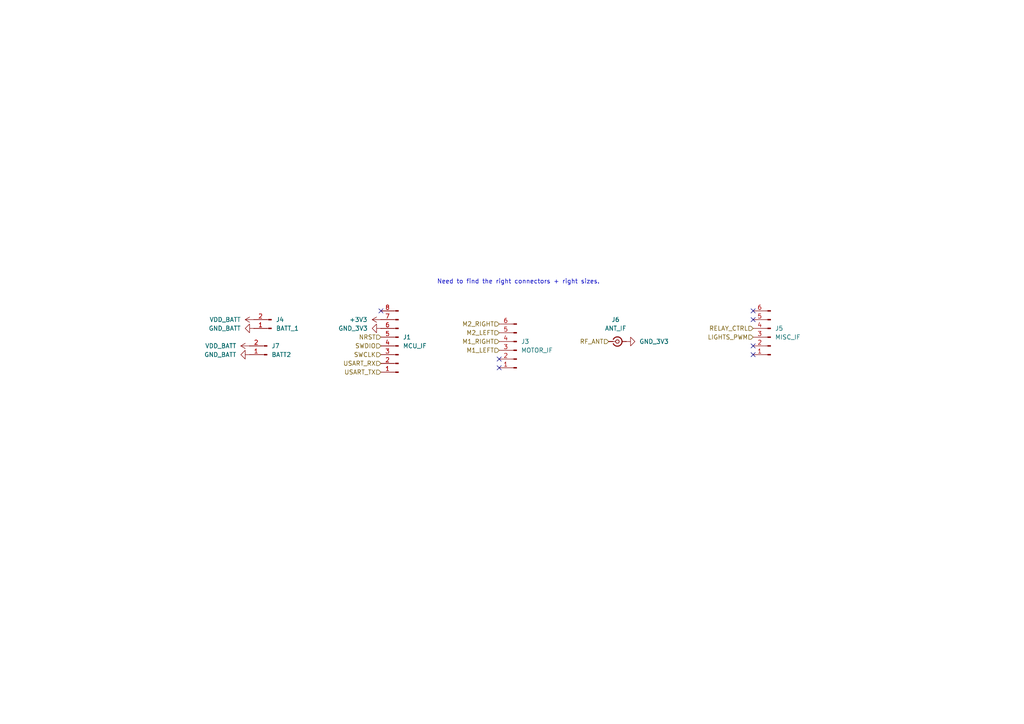
<source format=kicad_sch>
(kicad_sch (version 20231120) (generator "eeschema") (generator_version "8.0")
  (paper "A4")
  (lib_symbols
    (symbol "Connector:Conn_01x02_Pin" (pin_names (offset 1.016) hide)
      (property "Reference" "J" (at 0 2.54 0))
      (property "Value" "Conn_01x02_Pin" (at 0 -5.08 0))
      (symbol "Conn_01x02_Pin_1_1"
        (polyline (pts (xy 1.27 -2.54) (xy 0.8636 -2.54)) (stroke (width 0.1524)))
        (polyline (pts (xy 1.27 0) (xy 0.8636 0)) (stroke (width 0.1524)))
        (rectangle (start 0.8636 -2.413) (end 0 -2.667) (stroke (width 0.1524)) (fill (type outline)))
        (rectangle (start 0.8636 0.127) (end 0 -0.127) (stroke (width 0.1524)) (fill (type outline)))
        (pin passive line (at 5.08 0 180) (length 3.81) (name "Pin_1") (number "1"))
        (pin passive line (at 5.08 -2.54 180) (length 3.81) (name "Pin_2") (number "2"))
      )
    )
    (symbol "Connector:Conn_01x06_Pin" (pin_names (offset 1.016) hide)
      (property "Reference" "J" (at 0 7.62 0))
      (property "Value" "Conn_01x06_Pin" (at 0 -10.16 0))
      (symbol "Conn_01x06_Pin_1_1"
        (polyline (pts (xy 1.27 -7.62) (xy 0.8636 -7.62)) (stroke (width 0.1524)))
        (polyline (pts (xy 1.27 -5.08) (xy 0.8636 -5.08)) (stroke (width 0.1524)))
        (polyline (pts (xy 1.27 -2.54) (xy 0.8636 -2.54)) (stroke (width 0.1524)))
        (polyline (pts (xy 1.27 0) (xy 0.8636 0)) (stroke (width 0.1524)))
        (polyline (pts (xy 1.27 2.54) (xy 0.8636 2.54)) (stroke (width 0.1524)))
        (polyline (pts (xy 1.27 5.08) (xy 0.8636 5.08)) (stroke (width 0.1524)))
        (rectangle (start 0.8636 -7.493) (end 0 -7.747) (stroke (width 0.1524)) (fill (type outline)))
        (rectangle (start 0.8636 -4.953) (end 0 -5.207) (stroke (width 0.1524)) (fill (type outline)))
        (rectangle (start 0.8636 -2.413) (end 0 -2.667) (stroke (width 0.1524)) (fill (type outline)))
        (rectangle (start 0.8636 0.127) (end 0 -0.127) (stroke (width 0.1524)) (fill (type outline)))
        (rectangle (start 0.8636 2.667) (end 0 2.413) (stroke (width 0.1524)) (fill (type outline)))
        (rectangle (start 0.8636 5.207) (end 0 4.953) (stroke (width 0.1524)) (fill (type outline)))
        (pin passive line (at 5.08 5.08 180) (length 3.81) (name "Pin_1") (number "1"))
        (pin passive line (at 5.08 2.54 180) (length 3.81) (name "Pin_2") (number "2"))
        (pin passive line (at 5.08 0 180) (length 3.81) (name "Pin_3") (number "3"))
        (pin passive line (at 5.08 -2.54 180) (length 3.81) (name "Pin_4") (number "4"))
        (pin passive line (at 5.08 -5.08 180) (length 3.81) (name "Pin_5") (number "5"))
        (pin passive line (at 5.08 -7.62 180) (length 3.81) (name "Pin_6") (number "6"))
      )
    )
    (symbol "Connector:Conn_01x08_Pin" (pin_names (offset 1.016) hide)
      (property "Reference" "J" (at 0 10.16 0))
      (property "Value" "Conn_01x08_Pin" (at 0 -12.7 0))
      (symbol "Conn_01x08_Pin_1_1"
        (polyline (pts (xy 1.27 -10.16) (xy 0.8636 -10.16)) (stroke (width 0.1524)))
        (polyline (pts (xy 1.27 -7.62) (xy 0.8636 -7.62)) (stroke (width 0.1524)))
        (polyline (pts (xy 1.27 -5.08) (xy 0.8636 -5.08)) (stroke (width 0.1524)))
        (polyline (pts (xy 1.27 -2.54) (xy 0.8636 -2.54)) (stroke (width 0.1524)))
        (polyline (pts (xy 1.27 0) (xy 0.8636 0)) (stroke (width 0.1524)))
        (polyline (pts (xy 1.27 2.54) (xy 0.8636 2.54)) (stroke (width 0.1524)))
        (polyline (pts (xy 1.27 5.08) (xy 0.8636 5.08)) (stroke (width 0.1524)))
        (polyline (pts (xy 1.27 7.62) (xy 0.8636 7.62)) (stroke (width 0.1524)))
        (rectangle (start 0.8636 -10.033) (end 0 -10.287) (stroke (width 0.1524)) (fill (type outline)))
        (rectangle (start 0.8636 -7.493) (end 0 -7.747) (stroke (width 0.1524)) (fill (type outline)))
        (rectangle (start 0.8636 -4.953) (end 0 -5.207) (stroke (width 0.1524)) (fill (type outline)))
        (rectangle (start 0.8636 -2.413) (end 0 -2.667) (stroke (width 0.1524)) (fill (type outline)))
        (rectangle (start 0.8636 0.127) (end 0 -0.127) (stroke (width 0.1524)) (fill (type outline)))
        (rectangle (start 0.8636 2.667) (end 0 2.413) (stroke (width 0.1524)) (fill (type outline)))
        (rectangle (start 0.8636 5.207) (end 0 4.953) (stroke (width 0.1524)) (fill (type outline)))
        (rectangle (start 0.8636 7.747) (end 0 7.493) (stroke (width 0.1524)) (fill (type outline)))
        (pin passive line (at 5.08 7.62 180) (length 3.81) (name "Pin_1") (number "1"))
        (pin passive line (at 5.08 5.08 180) (length 3.81) (name "Pin_2") (number "2"))
        (pin passive line (at 5.08 2.54 180) (length 3.81) (name "Pin_3") (number "3"))
        (pin passive line (at 5.08 0 180) (length 3.81) (name "Pin_4") (number "4"))
        (pin passive line (at 5.08 -2.54 180) (length 3.81) (name "Pin_5") (number "5"))
        (pin passive line (at 5.08 -5.08 180) (length 3.81) (name "Pin_6") (number "6"))
        (pin passive line (at 5.08 -7.62 180) (length 3.81) (name "Pin_7") (number "7"))
        (pin passive line (at 5.08 -10.16 180) (length 3.81) (name "Pin_8") (number "8"))
      )
    )
    (symbol "Connector:Conn_Coaxial_Small" (pin_numbers hide) (pin_names (offset 1.016) hide)
      (property "Reference" "J" (at 0.254 3.048 0))
      (property "Value" "Conn_Coaxial_Small" (at 0 -3.81 0))
      (symbol "Conn_Coaxial_Small_0_1"
        (polyline (pts (xy -2.54 0) (xy -0.508 0)))
        (circle (center 0 0) (radius 0.508) (stroke (width 0.2032)))
      )
      (symbol "Conn_Coaxial_Small_1_1"
        (arc (start -1.1916 -0.6311) (mid 0.327 -1.3081) (end 1.3484 0.0039) (stroke (width 0.3048)))
        (arc (start 1.3484 -0.0039) (mid 0.327 1.3081) (end -1.1916 0.6311) (stroke (width 0.3048)))
        (pin passive line (at -2.54 0 0) (length 1.27) (name "In") (number "1"))
        (pin passive line (at 2.54 0 180) (length 1.27) (name "Ext") (number "2"))
      )
    )
    (symbol "power:+3V3" (power) (pin_numbers hide) (pin_names (offset 0) hide)
      (property "Value" "+3V3" (at 0 3.556 0))
      (symbol "+3V3_0_1"
        (polyline (pts (xy -0.762 1.27) (xy 0 2.54)))
        (polyline (pts (xy 0 0) (xy 0 2.54)))
        (polyline (pts (xy 0 2.54) (xy 0.762 1.27)))
      )
      (symbol "+3V3_1_1"
        (pin power_in line (at 0 0 90) (length 0) (name "~") (number "1"))
      )
    )
    (symbol "power:GND" (power) (pin_numbers hide) (pin_names (offset 0) hide)
      (property "Value" "GND" (at 0 -3.81 0))
      (symbol "GND_0_1"
        (polyline (pts (xy 0 0) (xy 0 -1.27) (xy 1.27 -1.27) (xy 0 -2.54) (xy -1.27 -1.27) (xy 0 -1.27)))
      )
      (symbol "GND_1_1"
        (pin power_in line (at 0 0 270) (length 0) (name "~") (number "1"))
      )
    )
  )
  (no_connect (at 218.44 102.87))
  (no_connect (at 218.44 92.71))
  (no_connect (at 144.78 106.68))
  (no_connect (at 218.44 100.33))
  (no_connect (at 218.44 90.17))
  (no_connect (at 144.78 104.14))
  (no_connect (at 110.49 90.17))
  (text "Need to find the right connectors + right sizes." (at 150.368 81.788 0) (effects (font (size 1.27 1.27))))
  (hierarchical_label "SWCLK" (shape input) (at 110.49 102.87 180))
  (hierarchical_label "M1_LEFT" (shape input) (at 144.78 101.6 180))
  (hierarchical_label "USART_RX" (shape input) (at 110.49 105.41 180))
  (hierarchical_label "M2_LEFT" (shape input) (at 144.78 96.52 180))
  (hierarchical_label "NRST" (shape input) (at 110.49 97.79 180))
  (hierarchical_label "M1_RIGHT" (shape input) (at 144.78 99.06 180))
  (hierarchical_label "RELAY_CTRL" (shape input) (at 218.44 95.25 180))
  (hierarchical_label "RF_ANT" (shape input) (at 176.53 99.06 180))
  (hierarchical_label "USART_TX" (shape input) (at 110.49 107.95 180))
  (hierarchical_label "SWDIO" (shape input) (at 110.49 100.33 180))
  (hierarchical_label "M2_RIGHT" (shape input) (at 144.78 93.98 180))
  (hierarchical_label "LIGHTS_PWM" (shape input) (at 218.44 97.79 180))
  (symbol (lib_id "power:+3V3") (at 110.49 92.71 90) (unit 1)
    (property "Reference" "#PWR09" (effects (hide yes)))
    (property "Value" "+3V3" (at 106.6 92.7099 90) (effects (justify left)))
    (property "Description" "Power symbol creates a global label with name \"+3V3\"" (effects (hide yes)))
  )
  (symbol (lib_id "Connector:Conn_01x08_Pin") (at 115.57 100.33 180) (unit 1)
    (property "Reference" "J1" (at 116.84 97.7899 0) (effects (justify right)))
    (property "Value" "MCU_IF" (at 116.84 100.3299 0) (effects (justify right)))
    (property "Footprint" "Connector_PinHeader_2.54mm:PinHeader_2x04_P2.54mm_Vertical" (effects (hide yes)))
    (property "Description" "Generic connector, single row, 01x08, script generated" (effects (hide yes)))
  )
  (symbol (lib_id "power:GND") (at 72.39 102.87 270) (unit 1)
    (property "Reference" "#PWR095" (effects (hide yes)))
    (property "Value" "GND_BATT" (at 68.58 102.8699 90) (effects (justify right)))
    (property "Description" "Power symbol creates a global label with name \"GND\" , ground" (effects (hide yes)))
  )
  (symbol (lib_id "power:GND") (at 110.49 95.25 270) (unit 1)
    (property "Reference" "#PWR08" (effects (hide yes)))
    (property "Value" "GND_3V3" (at 106.68 95.2499 90) (effects (justify right)))
    (property "Description" "Power symbol creates a global label with name \"GND\" , ground" (effects (hide yes)))
  )
  (symbol (lib_id "Connector:Conn_01x06_Pin") (at 223.52 97.79 180) (unit 1)
    (property "Reference" "J5" (at 224.79 95.2499 0) (effects (justify right)))
    (property "Value" "MISC_IF" (at 224.79 97.7899 0) (effects (justify right)))
    (property "Description" "Generic connector, single row, 01x06, script generated" (effects (hide yes)))
  )
  (symbol (lib_id "power:+3V3") (at 73.66 92.71 90) (unit 1)
    (property "Reference" "#PWR092" (effects (hide yes)))
    (property "Value" "VDD_BATT" (at 69.85 92.7099 90) (effects (justify left)))
    (property "Description" "Power symbol creates a global label with name \"+3V3\"" (effects (hide yes)))
  )
  (symbol (lib_id "power:+3V3") (at 72.39 100.33 90) (unit 1)
    (property "Reference" "#PWR094" (effects (hide yes)))
    (property "Value" "VDD_BATT" (at 68.58 100.3299 90) (effects (justify left)))
    (property "Description" "Power symbol creates a global label with name \"+3V3\"" (effects (hide yes)))
  )
  (symbol (lib_id "Connector:Conn_01x02_Pin") (at 78.74 95.25 180) (unit 1)
    (property "Reference" "J4" (at 80.01 92.7099 0) (effects (justify right)))
    (property "Value" "BATT_1" (at 80.01 95.2499 0) (effects (justify right)))
    (property "Footprint" "footprints:CONN_1805375_RSP" (effects (hide yes)))
    (property "Description" "Generic connector, single row, 01x02, script generated" (effects (hide yes)))
  )
  (symbol (lib_id "power:GND") (at 73.66 95.25 270) (unit 1)
    (property "Reference" "#PWR093" (effects (hide yes)))
    (property "Value" "GND_BATT" (at 69.85 95.2499 90) (effects (justify right)))
    (property "Description" "Power symbol creates a global label with name \"GND\" , ground" (effects (hide yes)))
  )
  (symbol (lib_id "power:GND") (at 181.61 99.06 90) (unit 1)
    (property "Reference" "#PWR091" (effects (hide yes)))
    (property "Value" "GND_3V3" (at 185.42 99.0599 90) (effects (justify right)))
    (property "Description" "Power symbol creates a global label with name \"GND\" , ground" (effects (hide yes)))
  )
  (symbol (lib_id "Connector:Conn_01x06_Pin") (at 149.86 101.6 180) (unit 1)
    (property "Reference" "J3" (at 151.13 99.0599 0) (effects (justify right)))
    (property "Value" "MOTOR_IF" (at 151.13 101.5999 0) (effects (justify right)))
    (property "Description" "Generic connector, single row, 01x06, script generated" (effects (hide yes)))
  )
  (symbol (lib_id "Connector:Conn_Coaxial_Small") (at 179.07 99.06 0) (unit 1)
    (property "Reference" "J6" (at 178.5504 92.71 0))
    (property "Value" "ANT_IF" (at 178.5504 95.25 0))
    (property "Footprint" "Connector_Coaxial:SMA_Molex_73251-1153_EdgeMount_Horizontal" (effects (hide yes)))
    (property "Description" "small coaxial connector (BNC, SMA, SMB, SMC, Cinch/RCA, LEMO, ...)" (effects (hide yes)))
  )
  (symbol (lib_id "Connector:Conn_01x02_Pin") (at 77.47 102.87 180) (unit 1)
    (property "Reference" "J7" (at 78.74 100.3299 0) (effects (justify right)))
    (property "Value" "BATT2" (at 78.74 102.8699 0) (effects (justify right)))
    (property "Footprint" "footprints:CONN_1805375_RSP" (effects (hide yes)))
    (property "Description" "Generic connector, single row, 01x02, script generated" (effects (hide yes)))
  )
)
</source>
